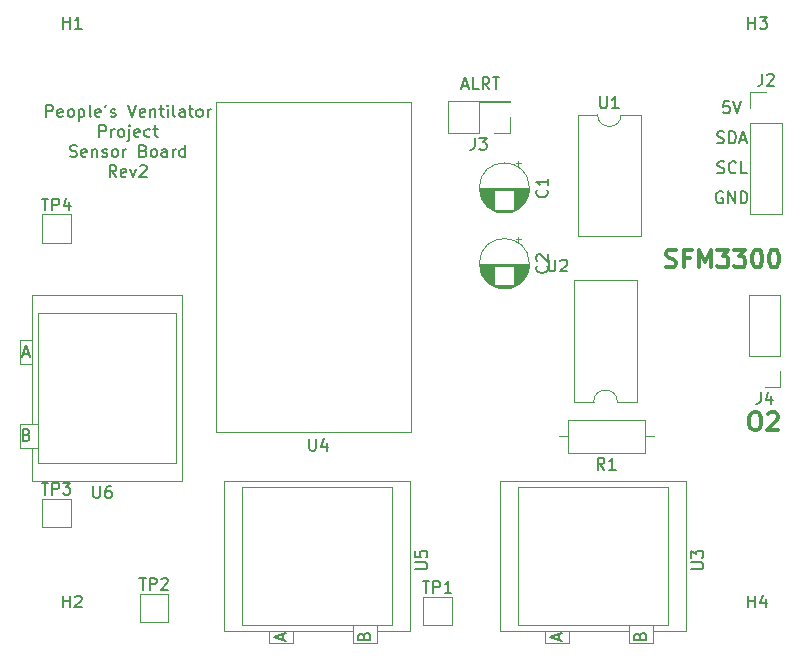
<source format=gto>
G04 #@! TF.GenerationSoftware,KiCad,Pcbnew,(5.1.6)-1*
G04 #@! TF.CreationDate,2020-08-19T12:53:46-04:00*
G04 #@! TF.ProjectId,pressure-rev2,70726573-7375-4726-952d-726576322e6b,rev?*
G04 #@! TF.SameCoordinates,Original*
G04 #@! TF.FileFunction,Legend,Top*
G04 #@! TF.FilePolarity,Positive*
%FSLAX46Y46*%
G04 Gerber Fmt 4.6, Leading zero omitted, Abs format (unit mm)*
G04 Created by KiCad (PCBNEW (5.1.6)-1) date 2020-08-19 12:53:46*
%MOMM*%
%LPD*%
G01*
G04 APERTURE LIST*
%ADD10C,0.200000*%
%ADD11C,0.300000*%
%ADD12C,0.120000*%
%ADD13C,0.150000*%
G04 APERTURE END LIST*
D10*
X79899738Y-72324380D02*
X79899738Y-71324380D01*
X80280690Y-71324380D01*
X80375928Y-71372000D01*
X80423547Y-71419619D01*
X80471166Y-71514857D01*
X80471166Y-71657714D01*
X80423547Y-71752952D01*
X80375928Y-71800571D01*
X80280690Y-71848190D01*
X79899738Y-71848190D01*
X81280690Y-72276761D02*
X81185452Y-72324380D01*
X80994976Y-72324380D01*
X80899738Y-72276761D01*
X80852119Y-72181523D01*
X80852119Y-71800571D01*
X80899738Y-71705333D01*
X80994976Y-71657714D01*
X81185452Y-71657714D01*
X81280690Y-71705333D01*
X81328309Y-71800571D01*
X81328309Y-71895809D01*
X80852119Y-71991047D01*
X81899738Y-72324380D02*
X81804500Y-72276761D01*
X81756880Y-72229142D01*
X81709261Y-72133904D01*
X81709261Y-71848190D01*
X81756880Y-71752952D01*
X81804500Y-71705333D01*
X81899738Y-71657714D01*
X82042595Y-71657714D01*
X82137833Y-71705333D01*
X82185452Y-71752952D01*
X82233071Y-71848190D01*
X82233071Y-72133904D01*
X82185452Y-72229142D01*
X82137833Y-72276761D01*
X82042595Y-72324380D01*
X81899738Y-72324380D01*
X82661642Y-71657714D02*
X82661642Y-72657714D01*
X82661642Y-71705333D02*
X82756880Y-71657714D01*
X82947357Y-71657714D01*
X83042595Y-71705333D01*
X83090214Y-71752952D01*
X83137833Y-71848190D01*
X83137833Y-72133904D01*
X83090214Y-72229142D01*
X83042595Y-72276761D01*
X82947357Y-72324380D01*
X82756880Y-72324380D01*
X82661642Y-72276761D01*
X83709261Y-72324380D02*
X83614023Y-72276761D01*
X83566404Y-72181523D01*
X83566404Y-71324380D01*
X84471166Y-72276761D02*
X84375928Y-72324380D01*
X84185452Y-72324380D01*
X84090214Y-72276761D01*
X84042595Y-72181523D01*
X84042595Y-71800571D01*
X84090214Y-71705333D01*
X84185452Y-71657714D01*
X84375928Y-71657714D01*
X84471166Y-71705333D01*
X84518785Y-71800571D01*
X84518785Y-71895809D01*
X84042595Y-71991047D01*
X84994976Y-71324380D02*
X84899738Y-71514857D01*
X85375928Y-72276761D02*
X85471166Y-72324380D01*
X85661642Y-72324380D01*
X85756880Y-72276761D01*
X85804500Y-72181523D01*
X85804500Y-72133904D01*
X85756880Y-72038666D01*
X85661642Y-71991047D01*
X85518785Y-71991047D01*
X85423547Y-71943428D01*
X85375928Y-71848190D01*
X85375928Y-71800571D01*
X85423547Y-71705333D01*
X85518785Y-71657714D01*
X85661642Y-71657714D01*
X85756880Y-71705333D01*
X86852119Y-71324380D02*
X87185452Y-72324380D01*
X87518785Y-71324380D01*
X88233071Y-72276761D02*
X88137833Y-72324380D01*
X87947357Y-72324380D01*
X87852119Y-72276761D01*
X87804500Y-72181523D01*
X87804500Y-71800571D01*
X87852119Y-71705333D01*
X87947357Y-71657714D01*
X88137833Y-71657714D01*
X88233071Y-71705333D01*
X88280690Y-71800571D01*
X88280690Y-71895809D01*
X87804500Y-71991047D01*
X88709261Y-71657714D02*
X88709261Y-72324380D01*
X88709261Y-71752952D02*
X88756880Y-71705333D01*
X88852119Y-71657714D01*
X88994976Y-71657714D01*
X89090214Y-71705333D01*
X89137833Y-71800571D01*
X89137833Y-72324380D01*
X89471166Y-71657714D02*
X89852119Y-71657714D01*
X89614023Y-71324380D02*
X89614023Y-72181523D01*
X89661642Y-72276761D01*
X89756880Y-72324380D01*
X89852119Y-72324380D01*
X90185452Y-72324380D02*
X90185452Y-71657714D01*
X90185452Y-71324380D02*
X90137833Y-71372000D01*
X90185452Y-71419619D01*
X90233071Y-71372000D01*
X90185452Y-71324380D01*
X90185452Y-71419619D01*
X90804499Y-72324380D02*
X90709261Y-72276761D01*
X90661642Y-72181523D01*
X90661642Y-71324380D01*
X91614023Y-72324380D02*
X91614023Y-71800571D01*
X91566404Y-71705333D01*
X91471166Y-71657714D01*
X91280690Y-71657714D01*
X91185452Y-71705333D01*
X91614023Y-72276761D02*
X91518785Y-72324380D01*
X91280690Y-72324380D01*
X91185452Y-72276761D01*
X91137833Y-72181523D01*
X91137833Y-72086285D01*
X91185452Y-71991047D01*
X91280690Y-71943428D01*
X91518785Y-71943428D01*
X91614023Y-71895809D01*
X91947357Y-71657714D02*
X92328309Y-71657714D01*
X92090214Y-71324380D02*
X92090214Y-72181523D01*
X92137833Y-72276761D01*
X92233071Y-72324380D01*
X92328309Y-72324380D01*
X92804499Y-72324380D02*
X92709261Y-72276761D01*
X92661642Y-72229142D01*
X92614023Y-72133904D01*
X92614023Y-71848190D01*
X92661642Y-71752952D01*
X92709261Y-71705333D01*
X92804499Y-71657714D01*
X92947357Y-71657714D01*
X93042595Y-71705333D01*
X93090214Y-71752952D01*
X93137833Y-71848190D01*
X93137833Y-72133904D01*
X93090214Y-72229142D01*
X93042595Y-72276761D01*
X92947357Y-72324380D01*
X92804499Y-72324380D01*
X93566404Y-72324380D02*
X93566404Y-71657714D01*
X93566404Y-71848190D02*
X93614023Y-71752952D01*
X93661642Y-71705333D01*
X93756880Y-71657714D01*
X93852119Y-71657714D01*
X84399738Y-74024380D02*
X84399738Y-73024380D01*
X84780690Y-73024380D01*
X84875928Y-73072000D01*
X84923547Y-73119619D01*
X84971166Y-73214857D01*
X84971166Y-73357714D01*
X84923547Y-73452952D01*
X84875928Y-73500571D01*
X84780690Y-73548190D01*
X84399738Y-73548190D01*
X85399738Y-74024380D02*
X85399738Y-73357714D01*
X85399738Y-73548190D02*
X85447357Y-73452952D01*
X85494976Y-73405333D01*
X85590214Y-73357714D01*
X85685452Y-73357714D01*
X86161642Y-74024380D02*
X86066404Y-73976761D01*
X86018785Y-73929142D01*
X85971166Y-73833904D01*
X85971166Y-73548190D01*
X86018785Y-73452952D01*
X86066404Y-73405333D01*
X86161642Y-73357714D01*
X86304500Y-73357714D01*
X86399738Y-73405333D01*
X86447357Y-73452952D01*
X86494976Y-73548190D01*
X86494976Y-73833904D01*
X86447357Y-73929142D01*
X86399738Y-73976761D01*
X86304500Y-74024380D01*
X86161642Y-74024380D01*
X86923547Y-73357714D02*
X86923547Y-74214857D01*
X86875928Y-74310095D01*
X86780690Y-74357714D01*
X86733071Y-74357714D01*
X86923547Y-73024380D02*
X86875928Y-73072000D01*
X86923547Y-73119619D01*
X86971166Y-73072000D01*
X86923547Y-73024380D01*
X86923547Y-73119619D01*
X87780690Y-73976761D02*
X87685452Y-74024380D01*
X87494976Y-74024380D01*
X87399738Y-73976761D01*
X87352119Y-73881523D01*
X87352119Y-73500571D01*
X87399738Y-73405333D01*
X87494976Y-73357714D01*
X87685452Y-73357714D01*
X87780690Y-73405333D01*
X87828309Y-73500571D01*
X87828309Y-73595809D01*
X87352119Y-73691047D01*
X88685452Y-73976761D02*
X88590214Y-74024380D01*
X88399738Y-74024380D01*
X88304500Y-73976761D01*
X88256880Y-73929142D01*
X88209261Y-73833904D01*
X88209261Y-73548190D01*
X88256880Y-73452952D01*
X88304500Y-73405333D01*
X88399738Y-73357714D01*
X88590214Y-73357714D01*
X88685452Y-73405333D01*
X88971166Y-73357714D02*
X89352119Y-73357714D01*
X89114023Y-73024380D02*
X89114023Y-73881523D01*
X89161642Y-73976761D01*
X89256880Y-74024380D01*
X89352119Y-74024380D01*
X81923547Y-75676761D02*
X82066404Y-75724380D01*
X82304500Y-75724380D01*
X82399738Y-75676761D01*
X82447357Y-75629142D01*
X82494976Y-75533904D01*
X82494976Y-75438666D01*
X82447357Y-75343428D01*
X82399738Y-75295809D01*
X82304500Y-75248190D01*
X82114023Y-75200571D01*
X82018785Y-75152952D01*
X81971166Y-75105333D01*
X81923547Y-75010095D01*
X81923547Y-74914857D01*
X81971166Y-74819619D01*
X82018785Y-74772000D01*
X82114023Y-74724380D01*
X82352119Y-74724380D01*
X82494976Y-74772000D01*
X83304500Y-75676761D02*
X83209261Y-75724380D01*
X83018785Y-75724380D01*
X82923547Y-75676761D01*
X82875928Y-75581523D01*
X82875928Y-75200571D01*
X82923547Y-75105333D01*
X83018785Y-75057714D01*
X83209261Y-75057714D01*
X83304500Y-75105333D01*
X83352119Y-75200571D01*
X83352119Y-75295809D01*
X82875928Y-75391047D01*
X83780690Y-75057714D02*
X83780690Y-75724380D01*
X83780690Y-75152952D02*
X83828309Y-75105333D01*
X83923547Y-75057714D01*
X84066404Y-75057714D01*
X84161642Y-75105333D01*
X84209261Y-75200571D01*
X84209261Y-75724380D01*
X84637833Y-75676761D02*
X84733071Y-75724380D01*
X84923547Y-75724380D01*
X85018785Y-75676761D01*
X85066404Y-75581523D01*
X85066404Y-75533904D01*
X85018785Y-75438666D01*
X84923547Y-75391047D01*
X84780690Y-75391047D01*
X84685452Y-75343428D01*
X84637833Y-75248190D01*
X84637833Y-75200571D01*
X84685452Y-75105333D01*
X84780690Y-75057714D01*
X84923547Y-75057714D01*
X85018785Y-75105333D01*
X85637833Y-75724380D02*
X85542595Y-75676761D01*
X85494976Y-75629142D01*
X85447357Y-75533904D01*
X85447357Y-75248190D01*
X85494976Y-75152952D01*
X85542595Y-75105333D01*
X85637833Y-75057714D01*
X85780690Y-75057714D01*
X85875928Y-75105333D01*
X85923547Y-75152952D01*
X85971166Y-75248190D01*
X85971166Y-75533904D01*
X85923547Y-75629142D01*
X85875928Y-75676761D01*
X85780690Y-75724380D01*
X85637833Y-75724380D01*
X86399738Y-75724380D02*
X86399738Y-75057714D01*
X86399738Y-75248190D02*
X86447357Y-75152952D01*
X86494976Y-75105333D01*
X86590214Y-75057714D01*
X86685452Y-75057714D01*
X88114023Y-75200571D02*
X88256880Y-75248190D01*
X88304500Y-75295809D01*
X88352119Y-75391047D01*
X88352119Y-75533904D01*
X88304500Y-75629142D01*
X88256880Y-75676761D01*
X88161642Y-75724380D01*
X87780690Y-75724380D01*
X87780690Y-74724380D01*
X88114023Y-74724380D01*
X88209261Y-74772000D01*
X88256880Y-74819619D01*
X88304500Y-74914857D01*
X88304500Y-75010095D01*
X88256880Y-75105333D01*
X88209261Y-75152952D01*
X88114023Y-75200571D01*
X87780690Y-75200571D01*
X88923547Y-75724380D02*
X88828309Y-75676761D01*
X88780690Y-75629142D01*
X88733071Y-75533904D01*
X88733071Y-75248190D01*
X88780690Y-75152952D01*
X88828309Y-75105333D01*
X88923547Y-75057714D01*
X89066404Y-75057714D01*
X89161642Y-75105333D01*
X89209261Y-75152952D01*
X89256880Y-75248190D01*
X89256880Y-75533904D01*
X89209261Y-75629142D01*
X89161642Y-75676761D01*
X89066404Y-75724380D01*
X88923547Y-75724380D01*
X90114023Y-75724380D02*
X90114023Y-75200571D01*
X90066404Y-75105333D01*
X89971166Y-75057714D01*
X89780690Y-75057714D01*
X89685452Y-75105333D01*
X90114023Y-75676761D02*
X90018785Y-75724380D01*
X89780690Y-75724380D01*
X89685452Y-75676761D01*
X89637833Y-75581523D01*
X89637833Y-75486285D01*
X89685452Y-75391047D01*
X89780690Y-75343428D01*
X90018785Y-75343428D01*
X90114023Y-75295809D01*
X90590214Y-75724380D02*
X90590214Y-75057714D01*
X90590214Y-75248190D02*
X90637833Y-75152952D01*
X90685452Y-75105333D01*
X90780690Y-75057714D01*
X90875928Y-75057714D01*
X91637833Y-75724380D02*
X91637833Y-74724380D01*
X91637833Y-75676761D02*
X91542595Y-75724380D01*
X91352119Y-75724380D01*
X91256880Y-75676761D01*
X91209261Y-75629142D01*
X91161642Y-75533904D01*
X91161642Y-75248190D01*
X91209261Y-75152952D01*
X91256880Y-75105333D01*
X91352119Y-75057714D01*
X91542595Y-75057714D01*
X91637833Y-75105333D01*
X85828309Y-77424380D02*
X85494976Y-76948190D01*
X85256880Y-77424380D02*
X85256880Y-76424380D01*
X85637833Y-76424380D01*
X85733071Y-76472000D01*
X85780690Y-76519619D01*
X85828309Y-76614857D01*
X85828309Y-76757714D01*
X85780690Y-76852952D01*
X85733071Y-76900571D01*
X85637833Y-76948190D01*
X85256880Y-76948190D01*
X86637833Y-77376761D02*
X86542595Y-77424380D01*
X86352119Y-77424380D01*
X86256880Y-77376761D01*
X86209261Y-77281523D01*
X86209261Y-76900571D01*
X86256880Y-76805333D01*
X86352119Y-76757714D01*
X86542595Y-76757714D01*
X86637833Y-76805333D01*
X86685452Y-76900571D01*
X86685452Y-76995809D01*
X86209261Y-77091047D01*
X87018785Y-76757714D02*
X87256880Y-77424380D01*
X87494976Y-76757714D01*
X87828309Y-76519619D02*
X87875928Y-76472000D01*
X87971166Y-76424380D01*
X88209261Y-76424380D01*
X88304500Y-76472000D01*
X88352119Y-76519619D01*
X88399738Y-76614857D01*
X88399738Y-76710095D01*
X88352119Y-76852952D01*
X87780690Y-77424380D01*
X88399738Y-77424380D01*
D11*
X139795357Y-97349571D02*
X140081071Y-97349571D01*
X140223928Y-97421000D01*
X140366785Y-97563857D01*
X140438214Y-97849571D01*
X140438214Y-98349571D01*
X140366785Y-98635285D01*
X140223928Y-98778142D01*
X140081071Y-98849571D01*
X139795357Y-98849571D01*
X139652500Y-98778142D01*
X139509642Y-98635285D01*
X139438214Y-98349571D01*
X139438214Y-97849571D01*
X139509642Y-97563857D01*
X139652500Y-97421000D01*
X139795357Y-97349571D01*
X141009642Y-97492428D02*
X141081071Y-97421000D01*
X141223928Y-97349571D01*
X141581071Y-97349571D01*
X141723928Y-97421000D01*
X141795357Y-97492428D01*
X141866785Y-97635285D01*
X141866785Y-97778142D01*
X141795357Y-97992428D01*
X140938214Y-98849571D01*
X141866785Y-98849571D01*
D10*
X115125690Y-69699166D02*
X115601880Y-69699166D01*
X115030452Y-69984880D02*
X115363785Y-68984880D01*
X115697119Y-69984880D01*
X116506642Y-69984880D02*
X116030452Y-69984880D01*
X116030452Y-68984880D01*
X117411404Y-69984880D02*
X117078071Y-69508690D01*
X116839976Y-69984880D02*
X116839976Y-68984880D01*
X117220928Y-68984880D01*
X117316166Y-69032500D01*
X117363785Y-69080119D01*
X117411404Y-69175357D01*
X117411404Y-69318214D01*
X117363785Y-69413452D01*
X117316166Y-69461071D01*
X117220928Y-69508690D01*
X116839976Y-69508690D01*
X117697119Y-68984880D02*
X118268547Y-68984880D01*
X117982833Y-69984880D02*
X117982833Y-68984880D01*
X137160095Y-78684500D02*
X137064857Y-78636880D01*
X136922000Y-78636880D01*
X136779142Y-78684500D01*
X136683904Y-78779738D01*
X136636285Y-78874976D01*
X136588666Y-79065452D01*
X136588666Y-79208309D01*
X136636285Y-79398785D01*
X136683904Y-79494023D01*
X136779142Y-79589261D01*
X136922000Y-79636880D01*
X137017238Y-79636880D01*
X137160095Y-79589261D01*
X137207714Y-79541642D01*
X137207714Y-79208309D01*
X137017238Y-79208309D01*
X137636285Y-79636880D02*
X137636285Y-78636880D01*
X138207714Y-79636880D01*
X138207714Y-78636880D01*
X138683904Y-79636880D02*
X138683904Y-78636880D01*
X138922000Y-78636880D01*
X139064857Y-78684500D01*
X139160095Y-78779738D01*
X139207714Y-78874976D01*
X139255333Y-79065452D01*
X139255333Y-79208309D01*
X139207714Y-79398785D01*
X139160095Y-79494023D01*
X139064857Y-79589261D01*
X138922000Y-79636880D01*
X138683904Y-79636880D01*
X136731523Y-77049261D02*
X136874380Y-77096880D01*
X137112476Y-77096880D01*
X137207714Y-77049261D01*
X137255333Y-77001642D01*
X137302952Y-76906404D01*
X137302952Y-76811166D01*
X137255333Y-76715928D01*
X137207714Y-76668309D01*
X137112476Y-76620690D01*
X136922000Y-76573071D01*
X136826761Y-76525452D01*
X136779142Y-76477833D01*
X136731523Y-76382595D01*
X136731523Y-76287357D01*
X136779142Y-76192119D01*
X136826761Y-76144500D01*
X136922000Y-76096880D01*
X137160095Y-76096880D01*
X137302952Y-76144500D01*
X138302952Y-77001642D02*
X138255333Y-77049261D01*
X138112476Y-77096880D01*
X138017238Y-77096880D01*
X137874380Y-77049261D01*
X137779142Y-76954023D01*
X137731523Y-76858785D01*
X137683904Y-76668309D01*
X137683904Y-76525452D01*
X137731523Y-76334976D01*
X137779142Y-76239738D01*
X137874380Y-76144500D01*
X138017238Y-76096880D01*
X138112476Y-76096880D01*
X138255333Y-76144500D01*
X138302952Y-76192119D01*
X139207714Y-77096880D02*
X138731523Y-77096880D01*
X138731523Y-76096880D01*
X136707714Y-74509261D02*
X136850571Y-74556880D01*
X137088666Y-74556880D01*
X137183904Y-74509261D01*
X137231523Y-74461642D01*
X137279142Y-74366404D01*
X137279142Y-74271166D01*
X137231523Y-74175928D01*
X137183904Y-74128309D01*
X137088666Y-74080690D01*
X136898190Y-74033071D01*
X136802952Y-73985452D01*
X136755333Y-73937833D01*
X136707714Y-73842595D01*
X136707714Y-73747357D01*
X136755333Y-73652119D01*
X136802952Y-73604500D01*
X136898190Y-73556880D01*
X137136285Y-73556880D01*
X137279142Y-73604500D01*
X137707714Y-74556880D02*
X137707714Y-73556880D01*
X137945809Y-73556880D01*
X138088666Y-73604500D01*
X138183904Y-73699738D01*
X138231523Y-73794976D01*
X138279142Y-73985452D01*
X138279142Y-74128309D01*
X138231523Y-74318785D01*
X138183904Y-74414023D01*
X138088666Y-74509261D01*
X137945809Y-74556880D01*
X137707714Y-74556880D01*
X138660095Y-74271166D02*
X139136285Y-74271166D01*
X138564857Y-74556880D02*
X138898190Y-73556880D01*
X139231523Y-74556880D01*
X137731523Y-71016880D02*
X137255333Y-71016880D01*
X137207714Y-71493071D01*
X137255333Y-71445452D01*
X137350571Y-71397833D01*
X137588666Y-71397833D01*
X137683904Y-71445452D01*
X137731523Y-71493071D01*
X137779142Y-71588309D01*
X137779142Y-71826404D01*
X137731523Y-71921642D01*
X137683904Y-71969261D01*
X137588666Y-72016880D01*
X137350571Y-72016880D01*
X137255333Y-71969261D01*
X137207714Y-71921642D01*
X138064857Y-71016880D02*
X138398190Y-72016880D01*
X138731523Y-71016880D01*
D11*
X132374285Y-84998642D02*
X132588571Y-85070071D01*
X132945714Y-85070071D01*
X133088571Y-84998642D01*
X133160000Y-84927214D01*
X133231428Y-84784357D01*
X133231428Y-84641500D01*
X133160000Y-84498642D01*
X133088571Y-84427214D01*
X132945714Y-84355785D01*
X132660000Y-84284357D01*
X132517142Y-84212928D01*
X132445714Y-84141500D01*
X132374285Y-83998642D01*
X132374285Y-83855785D01*
X132445714Y-83712928D01*
X132517142Y-83641500D01*
X132660000Y-83570071D01*
X133017142Y-83570071D01*
X133231428Y-83641500D01*
X134374285Y-84284357D02*
X133874285Y-84284357D01*
X133874285Y-85070071D02*
X133874285Y-83570071D01*
X134588571Y-83570071D01*
X135160000Y-85070071D02*
X135160000Y-83570071D01*
X135660000Y-84641500D01*
X136160000Y-83570071D01*
X136160000Y-85070071D01*
X136731428Y-83570071D02*
X137660000Y-83570071D01*
X137160000Y-84141500D01*
X137374285Y-84141500D01*
X137517142Y-84212928D01*
X137588571Y-84284357D01*
X137660000Y-84427214D01*
X137660000Y-84784357D01*
X137588571Y-84927214D01*
X137517142Y-84998642D01*
X137374285Y-85070071D01*
X136945714Y-85070071D01*
X136802857Y-84998642D01*
X136731428Y-84927214D01*
X138160000Y-83570071D02*
X139088571Y-83570071D01*
X138588571Y-84141500D01*
X138802857Y-84141500D01*
X138945714Y-84212928D01*
X139017142Y-84284357D01*
X139088571Y-84427214D01*
X139088571Y-84784357D01*
X139017142Y-84927214D01*
X138945714Y-84998642D01*
X138802857Y-85070071D01*
X138374285Y-85070071D01*
X138231428Y-84998642D01*
X138160000Y-84927214D01*
X140017142Y-83570071D02*
X140160000Y-83570071D01*
X140302857Y-83641500D01*
X140374285Y-83712928D01*
X140445714Y-83855785D01*
X140517142Y-84141500D01*
X140517142Y-84498642D01*
X140445714Y-84784357D01*
X140374285Y-84927214D01*
X140302857Y-84998642D01*
X140160000Y-85070071D01*
X140017142Y-85070071D01*
X139874285Y-84998642D01*
X139802857Y-84927214D01*
X139731428Y-84784357D01*
X139660000Y-84498642D01*
X139660000Y-84141500D01*
X139731428Y-83855785D01*
X139802857Y-83712928D01*
X139874285Y-83641500D01*
X140017142Y-83570071D01*
X141445714Y-83570071D02*
X141588571Y-83570071D01*
X141731428Y-83641500D01*
X141802857Y-83712928D01*
X141874285Y-83855785D01*
X141945714Y-84141500D01*
X141945714Y-84498642D01*
X141874285Y-84784357D01*
X141802857Y-84927214D01*
X141731428Y-84998642D01*
X141588571Y-85070071D01*
X141445714Y-85070071D01*
X141302857Y-84998642D01*
X141231428Y-84927214D01*
X141160000Y-84784357D01*
X141088571Y-84498642D01*
X141088571Y-84141500D01*
X141160000Y-83855785D01*
X141231428Y-83712928D01*
X141302857Y-83641500D01*
X141445714Y-83570071D01*
D12*
X78676500Y-98298000D02*
X78676500Y-87376000D01*
X78676500Y-103124000D02*
X78676500Y-100330000D01*
X77660500Y-91186000D02*
X78676500Y-91186000D01*
X77660500Y-93218000D02*
X77660500Y-91186000D01*
X78676500Y-93218000D02*
X77660500Y-93218000D01*
X77660500Y-98298000D02*
X79184500Y-98298000D01*
X77660500Y-100330000D02*
X77660500Y-98298000D01*
X79184500Y-100330000D02*
X77660500Y-100330000D01*
X90868500Y-101600000D02*
X90868500Y-88900000D01*
X79184500Y-101600000D02*
X90868500Y-101600000D01*
X79184500Y-88900000D02*
X79184500Y-101600000D01*
X90868500Y-88900000D02*
X79184500Y-88900000D01*
X91376500Y-103124000D02*
X91376500Y-87376000D01*
X78676500Y-103124000D02*
X91376500Y-103124000D01*
X91376500Y-87376000D02*
X78676500Y-87376000D01*
X128254000Y-96453000D02*
X129904000Y-96453000D01*
X129904000Y-96453000D02*
X129904000Y-86173000D01*
X129904000Y-86173000D02*
X124604000Y-86173000D01*
X124604000Y-86173000D02*
X124604000Y-96453000D01*
X124604000Y-96453000D02*
X126254000Y-96453000D01*
X126254000Y-96453000D02*
G75*
G02*
X128254000Y-96453000I1000000J0D01*
G01*
X119122500Y-70996500D02*
X113922500Y-70996500D01*
X119122500Y-71056500D02*
X119122500Y-70996500D01*
X113922500Y-73656500D02*
X113922500Y-70996500D01*
X119122500Y-71056500D02*
X116522500Y-71056500D01*
X116522500Y-71056500D02*
X116522500Y-73656500D01*
X116522500Y-73656500D02*
X113922500Y-73656500D01*
X119122500Y-72326500D02*
X119122500Y-73656500D01*
X119122500Y-73656500D02*
X117792500Y-73656500D01*
X111830000Y-112973000D02*
X114230000Y-112973000D01*
X114230000Y-112973000D02*
X114230000Y-115373000D01*
X114230000Y-115373000D02*
X111830000Y-115373000D01*
X111830000Y-115373000D02*
X111830000Y-112973000D01*
X87827000Y-112719000D02*
X90227000Y-112719000D01*
X90227000Y-112719000D02*
X90227000Y-115119000D01*
X90227000Y-115119000D02*
X87827000Y-115119000D01*
X87827000Y-115119000D02*
X87827000Y-112719000D01*
X130587500Y-100747500D02*
X130587500Y-98007500D01*
X130587500Y-98007500D02*
X124047500Y-98007500D01*
X124047500Y-98007500D02*
X124047500Y-100747500D01*
X124047500Y-100747500D02*
X130587500Y-100747500D01*
X131357500Y-99377500D02*
X130587500Y-99377500D01*
X123277500Y-99377500D02*
X124047500Y-99377500D01*
X142046000Y-87443000D02*
X139386000Y-87443000D01*
X142046000Y-92583000D02*
X142046000Y-87443000D01*
X139386000Y-92583000D02*
X139386000Y-87443000D01*
X142046000Y-92583000D02*
X139386000Y-92583000D01*
X142046000Y-93853000D02*
X142046000Y-95183000D01*
X142046000Y-95183000D02*
X140716000Y-95183000D01*
X79572000Y-104654500D02*
X81972000Y-104654500D01*
X81972000Y-104654500D02*
X81972000Y-107054500D01*
X81972000Y-107054500D02*
X79572000Y-107054500D01*
X79572000Y-107054500D02*
X79572000Y-104654500D01*
X126571500Y-72139500D02*
X124921500Y-72139500D01*
X124921500Y-72139500D02*
X124921500Y-82419500D01*
X124921500Y-82419500D02*
X130221500Y-82419500D01*
X130221500Y-82419500D02*
X130221500Y-72139500D01*
X130221500Y-72139500D02*
X128571500Y-72139500D01*
X128571500Y-72139500D02*
G75*
G02*
X126571500Y-72139500I-1000000J0D01*
G01*
X120801500Y-78343000D02*
G75*
G03*
X120801500Y-78343000I-2120000J0D01*
G01*
X120761500Y-78343000D02*
X116601500Y-78343000D01*
X120761500Y-78383000D02*
X116601500Y-78383000D01*
X120760500Y-78423000D02*
X116602500Y-78423000D01*
X120758500Y-78463000D02*
X116604500Y-78463000D01*
X120755500Y-78503000D02*
X116607500Y-78503000D01*
X120752500Y-78543000D02*
X119521500Y-78543000D01*
X117841500Y-78543000D02*
X116610500Y-78543000D01*
X120748500Y-78583000D02*
X119521500Y-78583000D01*
X117841500Y-78583000D02*
X116614500Y-78583000D01*
X120743500Y-78623000D02*
X119521500Y-78623000D01*
X117841500Y-78623000D02*
X116619500Y-78623000D01*
X120737500Y-78663000D02*
X119521500Y-78663000D01*
X117841500Y-78663000D02*
X116625500Y-78663000D01*
X120731500Y-78703000D02*
X119521500Y-78703000D01*
X117841500Y-78703000D02*
X116631500Y-78703000D01*
X120723500Y-78743000D02*
X119521500Y-78743000D01*
X117841500Y-78743000D02*
X116639500Y-78743000D01*
X120715500Y-78783000D02*
X119521500Y-78783000D01*
X117841500Y-78783000D02*
X116647500Y-78783000D01*
X120706500Y-78823000D02*
X119521500Y-78823000D01*
X117841500Y-78823000D02*
X116656500Y-78823000D01*
X120697500Y-78863000D02*
X119521500Y-78863000D01*
X117841500Y-78863000D02*
X116665500Y-78863000D01*
X120686500Y-78903000D02*
X119521500Y-78903000D01*
X117841500Y-78903000D02*
X116676500Y-78903000D01*
X120675500Y-78943000D02*
X119521500Y-78943000D01*
X117841500Y-78943000D02*
X116687500Y-78943000D01*
X120663500Y-78983000D02*
X119521500Y-78983000D01*
X117841500Y-78983000D02*
X116699500Y-78983000D01*
X120649500Y-79023000D02*
X119521500Y-79023000D01*
X117841500Y-79023000D02*
X116713500Y-79023000D01*
X120635500Y-79064000D02*
X119521500Y-79064000D01*
X117841500Y-79064000D02*
X116727500Y-79064000D01*
X120621500Y-79104000D02*
X119521500Y-79104000D01*
X117841500Y-79104000D02*
X116741500Y-79104000D01*
X120605500Y-79144000D02*
X119521500Y-79144000D01*
X117841500Y-79144000D02*
X116757500Y-79144000D01*
X120588500Y-79184000D02*
X119521500Y-79184000D01*
X117841500Y-79184000D02*
X116774500Y-79184000D01*
X120570500Y-79224000D02*
X119521500Y-79224000D01*
X117841500Y-79224000D02*
X116792500Y-79224000D01*
X120551500Y-79264000D02*
X119521500Y-79264000D01*
X117841500Y-79264000D02*
X116811500Y-79264000D01*
X120532500Y-79304000D02*
X119521500Y-79304000D01*
X117841500Y-79304000D02*
X116830500Y-79304000D01*
X120511500Y-79344000D02*
X119521500Y-79344000D01*
X117841500Y-79344000D02*
X116851500Y-79344000D01*
X120489500Y-79384000D02*
X119521500Y-79384000D01*
X117841500Y-79384000D02*
X116873500Y-79384000D01*
X120466500Y-79424000D02*
X119521500Y-79424000D01*
X117841500Y-79424000D02*
X116896500Y-79424000D01*
X120441500Y-79464000D02*
X119521500Y-79464000D01*
X117841500Y-79464000D02*
X116921500Y-79464000D01*
X120416500Y-79504000D02*
X119521500Y-79504000D01*
X117841500Y-79504000D02*
X116946500Y-79504000D01*
X120389500Y-79544000D02*
X119521500Y-79544000D01*
X117841500Y-79544000D02*
X116973500Y-79544000D01*
X120361500Y-79584000D02*
X119521500Y-79584000D01*
X117841500Y-79584000D02*
X117001500Y-79584000D01*
X120331500Y-79624000D02*
X119521500Y-79624000D01*
X117841500Y-79624000D02*
X117031500Y-79624000D01*
X120300500Y-79664000D02*
X119521500Y-79664000D01*
X117841500Y-79664000D02*
X117062500Y-79664000D01*
X120268500Y-79704000D02*
X119521500Y-79704000D01*
X117841500Y-79704000D02*
X117094500Y-79704000D01*
X120233500Y-79744000D02*
X119521500Y-79744000D01*
X117841500Y-79744000D02*
X117129500Y-79744000D01*
X120197500Y-79784000D02*
X119521500Y-79784000D01*
X117841500Y-79784000D02*
X117165500Y-79784000D01*
X120159500Y-79824000D02*
X119521500Y-79824000D01*
X117841500Y-79824000D02*
X117203500Y-79824000D01*
X120119500Y-79864000D02*
X119521500Y-79864000D01*
X117841500Y-79864000D02*
X117243500Y-79864000D01*
X120077500Y-79904000D02*
X119521500Y-79904000D01*
X117841500Y-79904000D02*
X117285500Y-79904000D01*
X120032500Y-79944000D02*
X119521500Y-79944000D01*
X117841500Y-79944000D02*
X117330500Y-79944000D01*
X119985500Y-79984000D02*
X119521500Y-79984000D01*
X117841500Y-79984000D02*
X117377500Y-79984000D01*
X119935500Y-80024000D02*
X119521500Y-80024000D01*
X117841500Y-80024000D02*
X117427500Y-80024000D01*
X119881500Y-80064000D02*
X119521500Y-80064000D01*
X117841500Y-80064000D02*
X117481500Y-80064000D01*
X119823500Y-80104000D02*
X119521500Y-80104000D01*
X117841500Y-80104000D02*
X117539500Y-80104000D01*
X119761500Y-80144000D02*
X119521500Y-80144000D01*
X117841500Y-80144000D02*
X117601500Y-80144000D01*
X119694500Y-80184000D02*
X117668500Y-80184000D01*
X119621500Y-80224000D02*
X117741500Y-80224000D01*
X119540500Y-80264000D02*
X117822500Y-80264000D01*
X119449500Y-80304000D02*
X117913500Y-80304000D01*
X119345500Y-80344000D02*
X118017500Y-80344000D01*
X119218500Y-80384000D02*
X118144500Y-80384000D01*
X119051500Y-80424000D02*
X118311500Y-80424000D01*
X119876500Y-76073199D02*
X119876500Y-76473199D01*
X120076500Y-76273199D02*
X119676500Y-76273199D01*
X120801500Y-84756500D02*
G75*
G03*
X120801500Y-84756500I-2120000J0D01*
G01*
X120761500Y-84756500D02*
X116601500Y-84756500D01*
X120761500Y-84796500D02*
X116601500Y-84796500D01*
X120760500Y-84836500D02*
X116602500Y-84836500D01*
X120758500Y-84876500D02*
X116604500Y-84876500D01*
X120755500Y-84916500D02*
X116607500Y-84916500D01*
X120752500Y-84956500D02*
X119521500Y-84956500D01*
X117841500Y-84956500D02*
X116610500Y-84956500D01*
X120748500Y-84996500D02*
X119521500Y-84996500D01*
X117841500Y-84996500D02*
X116614500Y-84996500D01*
X120743500Y-85036500D02*
X119521500Y-85036500D01*
X117841500Y-85036500D02*
X116619500Y-85036500D01*
X120737500Y-85076500D02*
X119521500Y-85076500D01*
X117841500Y-85076500D02*
X116625500Y-85076500D01*
X120731500Y-85116500D02*
X119521500Y-85116500D01*
X117841500Y-85116500D02*
X116631500Y-85116500D01*
X120723500Y-85156500D02*
X119521500Y-85156500D01*
X117841500Y-85156500D02*
X116639500Y-85156500D01*
X120715500Y-85196500D02*
X119521500Y-85196500D01*
X117841500Y-85196500D02*
X116647500Y-85196500D01*
X120706500Y-85236500D02*
X119521500Y-85236500D01*
X117841500Y-85236500D02*
X116656500Y-85236500D01*
X120697500Y-85276500D02*
X119521500Y-85276500D01*
X117841500Y-85276500D02*
X116665500Y-85276500D01*
X120686500Y-85316500D02*
X119521500Y-85316500D01*
X117841500Y-85316500D02*
X116676500Y-85316500D01*
X120675500Y-85356500D02*
X119521500Y-85356500D01*
X117841500Y-85356500D02*
X116687500Y-85356500D01*
X120663500Y-85396500D02*
X119521500Y-85396500D01*
X117841500Y-85396500D02*
X116699500Y-85396500D01*
X120649500Y-85436500D02*
X119521500Y-85436500D01*
X117841500Y-85436500D02*
X116713500Y-85436500D01*
X120635500Y-85477500D02*
X119521500Y-85477500D01*
X117841500Y-85477500D02*
X116727500Y-85477500D01*
X120621500Y-85517500D02*
X119521500Y-85517500D01*
X117841500Y-85517500D02*
X116741500Y-85517500D01*
X120605500Y-85557500D02*
X119521500Y-85557500D01*
X117841500Y-85557500D02*
X116757500Y-85557500D01*
X120588500Y-85597500D02*
X119521500Y-85597500D01*
X117841500Y-85597500D02*
X116774500Y-85597500D01*
X120570500Y-85637500D02*
X119521500Y-85637500D01*
X117841500Y-85637500D02*
X116792500Y-85637500D01*
X120551500Y-85677500D02*
X119521500Y-85677500D01*
X117841500Y-85677500D02*
X116811500Y-85677500D01*
X120532500Y-85717500D02*
X119521500Y-85717500D01*
X117841500Y-85717500D02*
X116830500Y-85717500D01*
X120511500Y-85757500D02*
X119521500Y-85757500D01*
X117841500Y-85757500D02*
X116851500Y-85757500D01*
X120489500Y-85797500D02*
X119521500Y-85797500D01*
X117841500Y-85797500D02*
X116873500Y-85797500D01*
X120466500Y-85837500D02*
X119521500Y-85837500D01*
X117841500Y-85837500D02*
X116896500Y-85837500D01*
X120441500Y-85877500D02*
X119521500Y-85877500D01*
X117841500Y-85877500D02*
X116921500Y-85877500D01*
X120416500Y-85917500D02*
X119521500Y-85917500D01*
X117841500Y-85917500D02*
X116946500Y-85917500D01*
X120389500Y-85957500D02*
X119521500Y-85957500D01*
X117841500Y-85957500D02*
X116973500Y-85957500D01*
X120361500Y-85997500D02*
X119521500Y-85997500D01*
X117841500Y-85997500D02*
X117001500Y-85997500D01*
X120331500Y-86037500D02*
X119521500Y-86037500D01*
X117841500Y-86037500D02*
X117031500Y-86037500D01*
X120300500Y-86077500D02*
X119521500Y-86077500D01*
X117841500Y-86077500D02*
X117062500Y-86077500D01*
X120268500Y-86117500D02*
X119521500Y-86117500D01*
X117841500Y-86117500D02*
X117094500Y-86117500D01*
X120233500Y-86157500D02*
X119521500Y-86157500D01*
X117841500Y-86157500D02*
X117129500Y-86157500D01*
X120197500Y-86197500D02*
X119521500Y-86197500D01*
X117841500Y-86197500D02*
X117165500Y-86197500D01*
X120159500Y-86237500D02*
X119521500Y-86237500D01*
X117841500Y-86237500D02*
X117203500Y-86237500D01*
X120119500Y-86277500D02*
X119521500Y-86277500D01*
X117841500Y-86277500D02*
X117243500Y-86277500D01*
X120077500Y-86317500D02*
X119521500Y-86317500D01*
X117841500Y-86317500D02*
X117285500Y-86317500D01*
X120032500Y-86357500D02*
X119521500Y-86357500D01*
X117841500Y-86357500D02*
X117330500Y-86357500D01*
X119985500Y-86397500D02*
X119521500Y-86397500D01*
X117841500Y-86397500D02*
X117377500Y-86397500D01*
X119935500Y-86437500D02*
X119521500Y-86437500D01*
X117841500Y-86437500D02*
X117427500Y-86437500D01*
X119881500Y-86477500D02*
X119521500Y-86477500D01*
X117841500Y-86477500D02*
X117481500Y-86477500D01*
X119823500Y-86517500D02*
X119521500Y-86517500D01*
X117841500Y-86517500D02*
X117539500Y-86517500D01*
X119761500Y-86557500D02*
X119521500Y-86557500D01*
X117841500Y-86557500D02*
X117601500Y-86557500D01*
X119694500Y-86597500D02*
X117668500Y-86597500D01*
X119621500Y-86637500D02*
X117741500Y-86637500D01*
X119540500Y-86677500D02*
X117822500Y-86677500D01*
X119449500Y-86717500D02*
X117913500Y-86717500D01*
X119345500Y-86757500D02*
X118017500Y-86757500D01*
X119218500Y-86797500D02*
X118144500Y-86797500D01*
X119051500Y-86837500D02*
X118311500Y-86837500D01*
X119876500Y-82486699D02*
X119876500Y-82886699D01*
X120076500Y-82686699D02*
X119676500Y-82686699D01*
X94297500Y-71056500D02*
X96202500Y-71056500D01*
X94297500Y-98996500D02*
X94297500Y-71056500D01*
X110807500Y-98996500D02*
X94297500Y-98996500D01*
X110807500Y-71056500D02*
X110807500Y-98996500D01*
X96202500Y-71056500D02*
X110807500Y-71056500D01*
X94932500Y-103124000D02*
X94932500Y-115824000D01*
X110680500Y-115824000D02*
X110680500Y-103124000D01*
X110680500Y-103124000D02*
X94932500Y-103124000D01*
X96456500Y-103632000D02*
X96456500Y-115316000D01*
X96456500Y-115316000D02*
X109156500Y-115316000D01*
X109156500Y-115316000D02*
X109156500Y-103632000D01*
X109156500Y-103632000D02*
X96456500Y-103632000D01*
X107886500Y-115316000D02*
X107886500Y-116840000D01*
X107886500Y-116840000D02*
X105854500Y-116840000D01*
X105854500Y-116840000D02*
X105854500Y-115316000D01*
X100774500Y-115824000D02*
X100774500Y-116840000D01*
X100774500Y-116840000D02*
X98742500Y-116840000D01*
X98742500Y-116840000D02*
X98742500Y-115824000D01*
X110680500Y-115824000D02*
X107886500Y-115824000D01*
X105854500Y-115824000D02*
X94932500Y-115824000D01*
X118300500Y-103124000D02*
X118300500Y-115824000D01*
X134048500Y-115824000D02*
X134048500Y-103124000D01*
X134048500Y-103124000D02*
X118300500Y-103124000D01*
X119824500Y-103632000D02*
X119824500Y-115316000D01*
X119824500Y-115316000D02*
X132524500Y-115316000D01*
X132524500Y-115316000D02*
X132524500Y-103632000D01*
X132524500Y-103632000D02*
X119824500Y-103632000D01*
X131254500Y-115316000D02*
X131254500Y-116840000D01*
X131254500Y-116840000D02*
X129222500Y-116840000D01*
X129222500Y-116840000D02*
X129222500Y-115316000D01*
X124142500Y-115824000D02*
X124142500Y-116840000D01*
X124142500Y-116840000D02*
X122110500Y-116840000D01*
X122110500Y-116840000D02*
X122110500Y-115824000D01*
X134048500Y-115824000D02*
X131254500Y-115824000D01*
X129222500Y-115824000D02*
X118300500Y-115824000D01*
X139513000Y-70234500D02*
X140843000Y-70234500D01*
X139513000Y-71564500D02*
X139513000Y-70234500D01*
X139513000Y-72834500D02*
X142173000Y-72834500D01*
X142173000Y-72834500D02*
X142173000Y-80514500D01*
X139513000Y-72834500D02*
X139513000Y-80514500D01*
X139513000Y-80514500D02*
X142173000Y-80514500D01*
X79572000Y-82988000D02*
X79572000Y-80588000D01*
X81972000Y-82988000D02*
X79572000Y-82988000D01*
X81972000Y-80588000D02*
X81972000Y-82988000D01*
X79572000Y-80588000D02*
X81972000Y-80588000D01*
D13*
X83883595Y-103592380D02*
X83883595Y-104401904D01*
X83931214Y-104497142D01*
X83978833Y-104544761D01*
X84074071Y-104592380D01*
X84264547Y-104592380D01*
X84359785Y-104544761D01*
X84407404Y-104497142D01*
X84455023Y-104401904D01*
X84455023Y-103592380D01*
X85359785Y-103592380D02*
X85169309Y-103592380D01*
X85074071Y-103640000D01*
X85026452Y-103687619D01*
X84931214Y-103830476D01*
X84883595Y-104020952D01*
X84883595Y-104401904D01*
X84931214Y-104497142D01*
X84978833Y-104544761D01*
X85074071Y-104592380D01*
X85264547Y-104592380D01*
X85359785Y-104544761D01*
X85407404Y-104497142D01*
X85455023Y-104401904D01*
X85455023Y-104163809D01*
X85407404Y-104068571D01*
X85359785Y-104020952D01*
X85264547Y-103973333D01*
X85074071Y-103973333D01*
X84978833Y-104020952D01*
X84931214Y-104068571D01*
X84883595Y-104163809D01*
X77930404Y-92368666D02*
X78406595Y-92368666D01*
X77835166Y-92654380D02*
X78168500Y-91654380D01*
X78501833Y-92654380D01*
X78239928Y-99242571D02*
X78382785Y-99290190D01*
X78430404Y-99337809D01*
X78478023Y-99433047D01*
X78478023Y-99575904D01*
X78430404Y-99671142D01*
X78382785Y-99718761D01*
X78287547Y-99766380D01*
X77906595Y-99766380D01*
X77906595Y-98766380D01*
X78239928Y-98766380D01*
X78335166Y-98814000D01*
X78382785Y-98861619D01*
X78430404Y-98956857D01*
X78430404Y-99052095D01*
X78382785Y-99147333D01*
X78335166Y-99194952D01*
X78239928Y-99242571D01*
X77906595Y-99242571D01*
X122428095Y-84415380D02*
X122428095Y-85224904D01*
X122475714Y-85320142D01*
X122523333Y-85367761D01*
X122618571Y-85415380D01*
X122809047Y-85415380D01*
X122904285Y-85367761D01*
X122951904Y-85320142D01*
X122999523Y-85224904D01*
X122999523Y-84415380D01*
X123428095Y-84510619D02*
X123475714Y-84463000D01*
X123570952Y-84415380D01*
X123809047Y-84415380D01*
X123904285Y-84463000D01*
X123951904Y-84510619D01*
X123999523Y-84605857D01*
X123999523Y-84701095D01*
X123951904Y-84843952D01*
X123380476Y-85415380D01*
X123999523Y-85415380D01*
X81338095Y-64852380D02*
X81338095Y-63852380D01*
X81338095Y-64328571D02*
X81909523Y-64328571D01*
X81909523Y-64852380D02*
X81909523Y-63852380D01*
X82909523Y-64852380D02*
X82338095Y-64852380D01*
X82623809Y-64852380D02*
X82623809Y-63852380D01*
X82528571Y-63995238D01*
X82433333Y-64090476D01*
X82338095Y-64138095D01*
X139338095Y-64872380D02*
X139338095Y-63872380D01*
X139338095Y-64348571D02*
X139909523Y-64348571D01*
X139909523Y-64872380D02*
X139909523Y-63872380D01*
X140290476Y-63872380D02*
X140909523Y-63872380D01*
X140576190Y-64253333D01*
X140719047Y-64253333D01*
X140814285Y-64300952D01*
X140861904Y-64348571D01*
X140909523Y-64443809D01*
X140909523Y-64681904D01*
X140861904Y-64777142D01*
X140814285Y-64824761D01*
X140719047Y-64872380D01*
X140433333Y-64872380D01*
X140338095Y-64824761D01*
X140290476Y-64777142D01*
X81338095Y-113862380D02*
X81338095Y-112862380D01*
X81338095Y-113338571D02*
X81909523Y-113338571D01*
X81909523Y-113862380D02*
X81909523Y-112862380D01*
X82338095Y-112957619D02*
X82385714Y-112910000D01*
X82480952Y-112862380D01*
X82719047Y-112862380D01*
X82814285Y-112910000D01*
X82861904Y-112957619D01*
X82909523Y-113052857D01*
X82909523Y-113148095D01*
X82861904Y-113290952D01*
X82290476Y-113862380D01*
X82909523Y-113862380D01*
X139328095Y-113852380D02*
X139328095Y-112852380D01*
X139328095Y-113328571D02*
X139899523Y-113328571D01*
X139899523Y-113852380D02*
X139899523Y-112852380D01*
X140804285Y-113185714D02*
X140804285Y-113852380D01*
X140566190Y-112804761D02*
X140328095Y-113519047D01*
X140947142Y-113519047D01*
X116189166Y-74108880D02*
X116189166Y-74823166D01*
X116141547Y-74966023D01*
X116046309Y-75061261D01*
X115903452Y-75108880D01*
X115808214Y-75108880D01*
X116570119Y-74108880D02*
X117189166Y-74108880D01*
X116855833Y-74489833D01*
X116998690Y-74489833D01*
X117093928Y-74537452D01*
X117141547Y-74585071D01*
X117189166Y-74680309D01*
X117189166Y-74918404D01*
X117141547Y-75013642D01*
X117093928Y-75061261D01*
X116998690Y-75108880D01*
X116712976Y-75108880D01*
X116617738Y-75061261D01*
X116570119Y-75013642D01*
X111768095Y-111627380D02*
X112339523Y-111627380D01*
X112053809Y-112627380D02*
X112053809Y-111627380D01*
X112672857Y-112627380D02*
X112672857Y-111627380D01*
X113053809Y-111627380D01*
X113149047Y-111675000D01*
X113196666Y-111722619D01*
X113244285Y-111817857D01*
X113244285Y-111960714D01*
X113196666Y-112055952D01*
X113149047Y-112103571D01*
X113053809Y-112151190D01*
X112672857Y-112151190D01*
X114196666Y-112627380D02*
X113625238Y-112627380D01*
X113910952Y-112627380D02*
X113910952Y-111627380D01*
X113815714Y-111770238D01*
X113720476Y-111865476D01*
X113625238Y-111913095D01*
X87765095Y-111373380D02*
X88336523Y-111373380D01*
X88050809Y-112373380D02*
X88050809Y-111373380D01*
X88669857Y-112373380D02*
X88669857Y-111373380D01*
X89050809Y-111373380D01*
X89146047Y-111421000D01*
X89193666Y-111468619D01*
X89241285Y-111563857D01*
X89241285Y-111706714D01*
X89193666Y-111801952D01*
X89146047Y-111849571D01*
X89050809Y-111897190D01*
X88669857Y-111897190D01*
X89622238Y-111468619D02*
X89669857Y-111421000D01*
X89765095Y-111373380D01*
X90003190Y-111373380D01*
X90098428Y-111421000D01*
X90146047Y-111468619D01*
X90193666Y-111563857D01*
X90193666Y-111659095D01*
X90146047Y-111801952D01*
X89574619Y-112373380D01*
X90193666Y-112373380D01*
X127150833Y-102199880D02*
X126817500Y-101723690D01*
X126579404Y-102199880D02*
X126579404Y-101199880D01*
X126960357Y-101199880D01*
X127055595Y-101247500D01*
X127103214Y-101295119D01*
X127150833Y-101390357D01*
X127150833Y-101533214D01*
X127103214Y-101628452D01*
X127055595Y-101676071D01*
X126960357Y-101723690D01*
X126579404Y-101723690D01*
X128103214Y-102199880D02*
X127531785Y-102199880D01*
X127817500Y-102199880D02*
X127817500Y-101199880D01*
X127722261Y-101342738D01*
X127627023Y-101437976D01*
X127531785Y-101485595D01*
X140382666Y-95635380D02*
X140382666Y-96349666D01*
X140335047Y-96492523D01*
X140239809Y-96587761D01*
X140096952Y-96635380D01*
X140001714Y-96635380D01*
X141287428Y-95968714D02*
X141287428Y-96635380D01*
X141049333Y-95587761D02*
X140811238Y-96302047D01*
X141430285Y-96302047D01*
X79510095Y-103308880D02*
X80081523Y-103308880D01*
X79795809Y-104308880D02*
X79795809Y-103308880D01*
X80414857Y-104308880D02*
X80414857Y-103308880D01*
X80795809Y-103308880D01*
X80891047Y-103356500D01*
X80938666Y-103404119D01*
X80986285Y-103499357D01*
X80986285Y-103642214D01*
X80938666Y-103737452D01*
X80891047Y-103785071D01*
X80795809Y-103832690D01*
X80414857Y-103832690D01*
X81319619Y-103308880D02*
X81938666Y-103308880D01*
X81605333Y-103689833D01*
X81748190Y-103689833D01*
X81843428Y-103737452D01*
X81891047Y-103785071D01*
X81938666Y-103880309D01*
X81938666Y-104118404D01*
X81891047Y-104213642D01*
X81843428Y-104261261D01*
X81748190Y-104308880D01*
X81462476Y-104308880D01*
X81367238Y-104261261D01*
X81319619Y-104213642D01*
X126809595Y-70591880D02*
X126809595Y-71401404D01*
X126857214Y-71496642D01*
X126904833Y-71544261D01*
X127000071Y-71591880D01*
X127190547Y-71591880D01*
X127285785Y-71544261D01*
X127333404Y-71496642D01*
X127381023Y-71401404D01*
X127381023Y-70591880D01*
X128381023Y-71591880D02*
X127809595Y-71591880D01*
X128095309Y-71591880D02*
X128095309Y-70591880D01*
X128000071Y-70734738D01*
X127904833Y-70829976D01*
X127809595Y-70877595D01*
X122288642Y-78509666D02*
X122336261Y-78557285D01*
X122383880Y-78700142D01*
X122383880Y-78795380D01*
X122336261Y-78938238D01*
X122241023Y-79033476D01*
X122145785Y-79081095D01*
X121955309Y-79128714D01*
X121812452Y-79128714D01*
X121621976Y-79081095D01*
X121526738Y-79033476D01*
X121431500Y-78938238D01*
X121383880Y-78795380D01*
X121383880Y-78700142D01*
X121431500Y-78557285D01*
X121479119Y-78509666D01*
X122383880Y-77557285D02*
X122383880Y-78128714D01*
X122383880Y-77843000D02*
X121383880Y-77843000D01*
X121526738Y-77938238D01*
X121621976Y-78033476D01*
X121669595Y-78128714D01*
X122288642Y-84923166D02*
X122336261Y-84970785D01*
X122383880Y-85113642D01*
X122383880Y-85208880D01*
X122336261Y-85351738D01*
X122241023Y-85446976D01*
X122145785Y-85494595D01*
X121955309Y-85542214D01*
X121812452Y-85542214D01*
X121621976Y-85494595D01*
X121526738Y-85446976D01*
X121431500Y-85351738D01*
X121383880Y-85208880D01*
X121383880Y-85113642D01*
X121431500Y-84970785D01*
X121479119Y-84923166D01*
X121479119Y-84542214D02*
X121431500Y-84494595D01*
X121383880Y-84399357D01*
X121383880Y-84161261D01*
X121431500Y-84066023D01*
X121479119Y-84018404D01*
X121574357Y-83970785D01*
X121669595Y-83970785D01*
X121812452Y-84018404D01*
X122383880Y-84589833D01*
X122383880Y-83970785D01*
X102171595Y-99591880D02*
X102171595Y-100401404D01*
X102219214Y-100496642D01*
X102266833Y-100544261D01*
X102362071Y-100591880D01*
X102552547Y-100591880D01*
X102647785Y-100544261D01*
X102695404Y-100496642D01*
X102743023Y-100401404D01*
X102743023Y-99591880D01*
X103647785Y-99925214D02*
X103647785Y-100591880D01*
X103409690Y-99544261D02*
X103171595Y-100258547D01*
X103790642Y-100258547D01*
X111148880Y-110616904D02*
X111958404Y-110616904D01*
X112053642Y-110569285D01*
X112101261Y-110521666D01*
X112148880Y-110426428D01*
X112148880Y-110235952D01*
X112101261Y-110140714D01*
X112053642Y-110093095D01*
X111958404Y-110045476D01*
X111148880Y-110045476D01*
X111148880Y-109093095D02*
X111148880Y-109569285D01*
X111625071Y-109616904D01*
X111577452Y-109569285D01*
X111529833Y-109474047D01*
X111529833Y-109235952D01*
X111577452Y-109140714D01*
X111625071Y-109093095D01*
X111720309Y-109045476D01*
X111958404Y-109045476D01*
X112053642Y-109093095D01*
X112101261Y-109140714D01*
X112148880Y-109235952D01*
X112148880Y-109474047D01*
X112101261Y-109569285D01*
X112053642Y-109616904D01*
X106799071Y-116260571D02*
X106846690Y-116117714D01*
X106894309Y-116070095D01*
X106989547Y-116022476D01*
X107132404Y-116022476D01*
X107227642Y-116070095D01*
X107275261Y-116117714D01*
X107322880Y-116212952D01*
X107322880Y-116593904D01*
X106322880Y-116593904D01*
X106322880Y-116260571D01*
X106370500Y-116165333D01*
X106418119Y-116117714D01*
X106513357Y-116070095D01*
X106608595Y-116070095D01*
X106703833Y-116117714D01*
X106751452Y-116165333D01*
X106799071Y-116260571D01*
X106799071Y-116593904D01*
X99925166Y-116570095D02*
X99925166Y-116093904D01*
X100210880Y-116665333D02*
X99210880Y-116332000D01*
X100210880Y-115998666D01*
X134516880Y-110616904D02*
X135326404Y-110616904D01*
X135421642Y-110569285D01*
X135469261Y-110521666D01*
X135516880Y-110426428D01*
X135516880Y-110235952D01*
X135469261Y-110140714D01*
X135421642Y-110093095D01*
X135326404Y-110045476D01*
X134516880Y-110045476D01*
X134516880Y-109664523D02*
X134516880Y-109045476D01*
X134897833Y-109378809D01*
X134897833Y-109235952D01*
X134945452Y-109140714D01*
X134993071Y-109093095D01*
X135088309Y-109045476D01*
X135326404Y-109045476D01*
X135421642Y-109093095D01*
X135469261Y-109140714D01*
X135516880Y-109235952D01*
X135516880Y-109521666D01*
X135469261Y-109616904D01*
X135421642Y-109664523D01*
X130167071Y-116260571D02*
X130214690Y-116117714D01*
X130262309Y-116070095D01*
X130357547Y-116022476D01*
X130500404Y-116022476D01*
X130595642Y-116070095D01*
X130643261Y-116117714D01*
X130690880Y-116212952D01*
X130690880Y-116593904D01*
X129690880Y-116593904D01*
X129690880Y-116260571D01*
X129738500Y-116165333D01*
X129786119Y-116117714D01*
X129881357Y-116070095D01*
X129976595Y-116070095D01*
X130071833Y-116117714D01*
X130119452Y-116165333D01*
X130167071Y-116260571D01*
X130167071Y-116593904D01*
X123293166Y-116570095D02*
X123293166Y-116093904D01*
X123578880Y-116665333D02*
X122578880Y-116332000D01*
X123578880Y-115998666D01*
X140509666Y-68686880D02*
X140509666Y-69401166D01*
X140462047Y-69544023D01*
X140366809Y-69639261D01*
X140223952Y-69686880D01*
X140128714Y-69686880D01*
X140938238Y-68782119D02*
X140985857Y-68734500D01*
X141081095Y-68686880D01*
X141319190Y-68686880D01*
X141414428Y-68734500D01*
X141462047Y-68782119D01*
X141509666Y-68877357D01*
X141509666Y-68972595D01*
X141462047Y-69115452D01*
X140890619Y-69686880D01*
X141509666Y-69686880D01*
X79510095Y-79242380D02*
X80081523Y-79242380D01*
X79795809Y-80242380D02*
X79795809Y-79242380D01*
X80414857Y-80242380D02*
X80414857Y-79242380D01*
X80795809Y-79242380D01*
X80891047Y-79290000D01*
X80938666Y-79337619D01*
X80986285Y-79432857D01*
X80986285Y-79575714D01*
X80938666Y-79670952D01*
X80891047Y-79718571D01*
X80795809Y-79766190D01*
X80414857Y-79766190D01*
X81843428Y-79575714D02*
X81843428Y-80242380D01*
X81605333Y-79194761D02*
X81367238Y-79909047D01*
X81986285Y-79909047D01*
M02*

</source>
